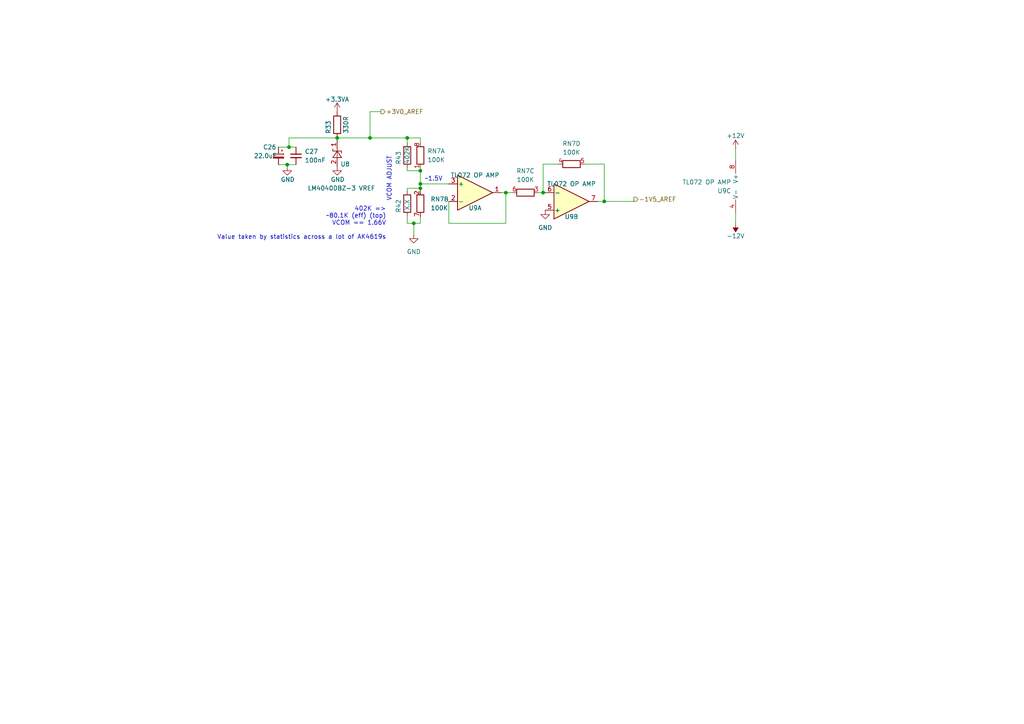
<source format=kicad_sch>
(kicad_sch (version 20250114) (generator "eeschema") (generator_version "9.0")
  (paper "A4")
  (lib_symbols
    (symbol "Amplifier_Operational:TL072" (pin_names (offset 0.127))
      (property "Reference" "U" (at 0 5.08 0))
      (property "Value" "TL072" (at 0 -5.08 0))
      (symbol "TL072_1_1"
        (polyline (pts (xy -5.08 5.08) (xy 5.08 0) (xy -5.08 -5.08) (xy -5.08 5.08)) (stroke (width 0.254)) (fill (type background)))
        (pin input line (at -7.62 2.54 0) (length 2.54) (name "+") (number "3"))
        (pin input line (at -7.62 -2.54 0) (length 2.54) (name "-") (number "2"))
        (pin output line (at 7.62 0 180) (length 2.54) (name "~") (number "1"))
      )
      (symbol "TL072_2_1"
        (polyline (pts (xy -5.08 5.08) (xy 5.08 0) (xy -5.08 -5.08) (xy -5.08 5.08)) (stroke (width 0.254)) (fill (type background)))
        (pin input line (at -7.62 2.54 0) (length 2.54) (name "+") (number "5"))
        (pin input line (at -7.62 -2.54 0) (length 2.54) (name "-") (number "6"))
        (pin output line (at 7.62 0 180) (length 2.54) (name "~") (number "7"))
      )
      (symbol "TL072_3_1"
        (pin power_in line (at -2.54 7.62 270) (length 3.81) (name "V+") (number "8"))
        (pin power_in line (at -2.54 -7.62 90) (length 3.81) (name "V-") (number "4"))
      )
    )
    (symbol "Device:C_Polarized_Small" (pin_numbers (hide yes)) (pin_names (offset 0.254) (hide yes))
      (property "Reference" "C" (at 0.254 1.778 0))
      (property "Value" "C_Polarized_Small" (at 0.254 -2.032 0))
      (symbol "C_Polarized_Small_0_1"
        (rectangle (start -1.524 0.6858) (end 1.524 0.3048))
        (rectangle (start -1.524 -0.3048) (end 1.524 -0.6858) (fill (type outline)))
        (polyline (pts (xy -1.27 1.524) (xy -0.762 1.524)))
        (polyline (pts (xy -1.016 1.27) (xy -1.016 1.778)))
      )
      (symbol "C_Polarized_Small_1_1"
        (pin passive line (at 0 2.54 270) (length 1.8542) (name "~") (number "1"))
        (pin passive line (at 0 -2.54 90) (length 1.8542) (name "~") (number "2"))
      )
    )
    (symbol "Device:C_Small" (pin_numbers (hide yes)) (pin_names (offset 0.254) (hide yes))
      (property "Reference" "C" (at 0.254 1.778 0))
      (property "Value" "C_Small" (at 0.254 -2.032 0))
      (symbol "C_Small_0_1"
        (polyline (pts (xy -1.524 0.508) (xy 1.524 0.508)) (stroke (width 0.3048)))
        (polyline (pts (xy -1.524 -0.508) (xy 1.524 -0.508)) (stroke (width 0.3302)))
      )
      (symbol "C_Small_1_1"
        (pin passive line (at 0 2.54 270) (length 2.032) (name "~") (number "1"))
        (pin passive line (at 0 -2.54 90) (length 2.032) (name "~") (number "2"))
      )
    )
    (symbol "Device:R" (pin_numbers (hide yes)) (pin_names (offset 0))
      (property "Reference" "R" (at 2.032 0 90))
      (property "Value" "R" (at 0 0 90))
      (symbol "R_0_1"
        (rectangle (start -1.016 -2.54) (end 1.016 2.54) (stroke (width 0.254)))
      )
      (symbol "R_1_1"
        (pin passive line (at 0 3.81 270) (length 1.27) (name "~") (number "1"))
        (pin passive line (at 0 -3.81 90) (length 1.27) (name "~") (number "2"))
      )
    )
    (symbol "Device:R_Pack04_Split" (pin_names (offset 0) (hide yes))
      (property "Reference" "RN" (at 2.032 0 90))
      (property "Value" "R_Pack04_Split" (at 0 0 90))
      (symbol "R_Pack04_Split_0_1"
        (rectangle (start 1.016 2.54) (end -1.016 -2.54) (stroke (width 0.254)))
      )
      (symbol "R_Pack04_Split_1_1"
        (pin passive line (at 0 3.81 270) (length 1.27) (name "R1.2") (number "8"))
        (pin passive line (at 0 -3.81 90) (length 1.27) (name "R1.1") (number "1"))
      )
      (symbol "R_Pack04_Split_2_1"
        (pin passive line (at 0 3.81 270) (length 1.27) (name "R2.2") (number "7"))
        (pin passive line (at 0 -3.81 90) (length 1.27) (name "R2.1") (number "2"))
      )
      (symbol "R_Pack04_Split_3_1"
        (pin passive line (at 0 3.81 270) (length 1.27) (name "R3.2") (number "6"))
        (pin passive line (at 0 -3.81 90) (length 1.27) (name "R3.1") (number "3"))
      )
      (symbol "R_Pack04_Split_4_1"
        (pin passive line (at 0 3.81 270) (length 1.27) (name "R4.2") (number "5"))
        (pin passive line (at 0 -3.81 90) (length 1.27) (name "R4.1") (number "4"))
      )
    )
    (symbol "Reference_Voltage:LM4040DBZ-3" (pin_names (offset 0.0254) (hide yes))
      (property "Reference" "U" (at 0 2.54 0))
      (property "Value" "LM4040DBZ-3" (at 0 -3.175 0))
      (symbol "LM4040DBZ-3_0_1"
        (polyline (pts (xy -1.27 0) (xy 0 0) (xy 1.27 0)))
        (polyline (pts (xy -1.27 -1.27) (xy 0.635 0) (xy -1.27 1.27) (xy -1.27 -1.27)) (stroke (width 0.2032)))
        (polyline (pts (xy 0 -1.27) (xy 0.635 -1.27) (xy 0.635 1.27) (xy 1.27 1.27)) (stroke (width 0.2032)))
      )
      (symbol "LM4040DBZ-3_1_1"
        (pin passive line (at -3.81 0 0) (length 2.54) (name "A") (number "2"))
        (pin passive line (at 3.81 0 180) (length 2.54) (name "K") (number "1"))
      )
    )
    (symbol "power:+12V" (power) (pin_names (offset 0))
      (property "Value" "+12V" (at 0 3.556 0))
      (symbol "+12V_0_1"
        (polyline (pts (xy -0.762 1.27) (xy 0 2.54)))
        (polyline (pts (xy 0 2.54) (xy 0.762 1.27)))
        (polyline (pts (xy 0 0) (xy 0 2.54)))
      )
      (symbol "+12V_1_1"
        (pin power_in line (at 0 0 90) (length 0) (hide yes) (name "+12V") (number "1"))
      )
    )
    (symbol "power:+3.3VA" (power) (pin_names (offset 0))
      (property "Value" "+3.3VA" (at 0 3.556 0))
      (symbol "+3.3VA_0_1"
        (polyline (pts (xy -0.762 1.27) (xy 0 2.54)))
        (polyline (pts (xy 0 2.54) (xy 0.762 1.27)))
        (polyline (pts (xy 0 0) (xy 0 2.54)))
      )
      (symbol "+3.3VA_1_1"
        (pin power_in line (at 0 0 90) (length 0) (hide yes) (name "+3.3VA") (number "1"))
      )
    )
    (symbol "power:-12V" (power) (pin_names (offset 0))
      (property "Value" "-12V" (at 0 3.81 0))
      (symbol "-12V_0_0"
        (pin power_in line (at 0 0 90) (length 0) (hide yes) (name "-12V") (number "1"))
      )
      (symbol "-12V_0_1"
        (polyline (pts (xy 0 0) (xy 0 1.27) (xy 0.762 1.27) (xy 0 2.54) (xy -0.762 1.27) (xy 0 1.27)) (fill (type outline)))
      )
    )
    (symbol "power:GND" (power) (pin_names (offset 0))
      (property "Value" "GND" (at 0 -3.81 0))
      (symbol "GND_0_1"
        (polyline (pts (xy 0 0) (xy 0 -1.27) (xy 1.27 -1.27) (xy 0 -2.54) (xy -1.27 -1.27) (xy 0 -1.27)))
      )
      (symbol "GND_1_1"
        (pin power_in line (at 0 0 270) (length 0) (hide yes) (name "GND") (number "1"))
      )
    )
  )
  (text "402K =>\n~80.1K (eff) (top)\nVCOM == 1.66V\n\nValue taken by statistics across a lot of AK4619s" (at 112.014 69.596 0) (effects (font (size 1.27 1.27)) (justify right bottom)))
  (text "~1.5V" (at 123.19 52.705 0) (effects (font (size 1.27 1.27)) (justify left bottom)))
  (text "VCOM ADJUST" (at 113.665 58.42 90) (effects (font (size 1.27 1.27)) (justify left bottom)))
  (junction (at 146.7104 55.88))
  (junction (at 120.015 64.77))
  (junction (at 83.312 47.752))
  (junction (at 97.79 40.005))
  (junction (at 121.92 49.53))
  (junction (at 175.26 58.42))
  (junction (at 118.11 40.005))
  (junction (at 121.92 53.34))
  (junction (at 83.82 42.672))
  (junction (at 107.315 40.005))
  (junction (at 157.5308 55.88))
  (junction (at 121.92 54.61))
  (wire (pts (xy 107.315 40.005) (xy 97.79 40.005)))
  (wire (pts (xy 121.92 49.53) (xy 121.92 48.895)))
  (wire (pts (xy 107.315 32.385) (xy 107.315 40.005)))
  (wire (pts (xy 175.26 58.42) (xy 183.8452 58.42)))
  (wire (pts (xy 146.7104 64.77) (xy 146.7104 55.88)))
  (wire (pts (xy 118.11 41.275) (xy 118.11 40.005)))
  (wire (pts (xy 146.7104 55.88) (xy 148.59 55.88)))
  (wire (pts (xy 213.36 43.18) (xy 213.36 46.482)))
  (wire (pts (xy 118.11 62.865) (xy 118.11 64.77)))
  (wire (pts (xy 83.82 40.005) (xy 83.82 42.672)))
  (wire (pts (xy 118.11 64.77) (xy 120.015 64.77)))
  (wire (pts (xy 97.79 40.005) (xy 97.79 40.64)))
  (wire (pts (xy 83.312 47.752) (xy 85.852 47.752)))
  (wire (pts (xy 118.11 48.895) (xy 118.11 49.53)))
  (wire (pts (xy 107.315 40.005) (xy 118.11 40.005)))
  (wire (pts (xy 130.175 64.77) (xy 146.7104 64.77)))
  (wire (pts (xy 121.92 40.005) (xy 121.92 41.275)))
  (wire (pts (xy 213.36 61.722) (xy 213.36 64.77)))
  (wire (pts (xy 183.8452 57.8104) (xy 183.8452 58.42)))
  (wire (pts (xy 118.11 40.005) (xy 121.92 40.005)))
  (wire (pts (xy 175.26 47.5996) (xy 175.26 58.42)))
  (wire (pts (xy 145.415 55.88) (xy 146.7104 55.88)))
  (wire (pts (xy 120.015 64.77) (xy 121.92 64.77)))
  (wire (pts (xy 173.3804 58.42) (xy 175.26 58.42)))
  (wire (pts (xy 121.92 64.77) (xy 121.92 62.865)))
  (wire (pts (xy 121.92 53.34) (xy 121.92 54.61)))
  (wire (pts (xy 130.175 58.42) (xy 130.175 64.77)))
  (wire (pts (xy 83.312 47.752) (xy 83.312 48.26)))
  (wire (pts (xy 169.5704 47.5996) (xy 175.26 47.5996)))
  (wire (pts (xy 157.5308 55.88) (xy 158.1404 55.88)))
  (wire (pts (xy 80.772 42.672) (xy 83.82 42.672)))
  (wire (pts (xy 118.11 54.61) (xy 121.92 54.61)))
  (wire (pts (xy 118.11 49.53) (xy 121.92 49.53)))
  (wire (pts (xy 157.5308 47.5996) (xy 161.9504 47.5996)))
  (wire (pts (xy 156.21 55.88) (xy 157.5308 55.88)))
  (wire (pts (xy 121.92 53.34) (xy 130.175 53.34)))
  (wire (pts (xy 80.772 47.752) (xy 83.312 47.752)))
  (wire (pts (xy 157.5308 47.5996) (xy 157.5308 55.88)))
  (wire (pts (xy 121.92 54.61) (xy 121.92 55.245)))
  (wire (pts (xy 83.82 40.005) (xy 97.79 40.005)))
  (wire (pts (xy 120.015 64.77) (xy 120.015 67.945)))
  (wire (pts (xy 121.92 49.53) (xy 121.92 53.34)))
  (wire (pts (xy 85.852 42.672) (xy 83.82 42.672)))
  (wire (pts (xy 118.11 55.245) (xy 118.11 54.61)))
  (wire (pts (xy 110.49 32.385) (xy 107.315 32.385)))
  (hierarchical_label "-1V5_AREF" (shape output) (at 183.8452 57.8104 0))
  (hierarchical_label "+3V0_AREF" (shape output) (at 110.49 32.385 0))
  (symbol (lib_id "Device:R_Pack04_Split") (at 121.92 59.055 180) (unit 2)
    (property "Reference" "RN7" (at 124.8664 57.7849 0) (effects (justify right)))
    (property "Value" "100K" (at 124.8664 60.3249 0) (effects (justify right)))
    (property "Footprint" "Resistor_SMD:R_Array_Convex_4x0402" (effects (hide yes)))
    (property "Datasheet" "https://datasheet.lcsc.com/lcsc/1811141451_YAGEO-YC124-FR-07100KL_C326786.pdf" (effects (hide yes)))
    (property "mfg#" "YC124-FR-07100KL" (effects (hide yes)))
    (property "lcsc#" "C326786" (effects (hide yes)))
  )
  (symbol (lib_id "power:+12V") (at 213.36 43.18 0) (unit 1)
    (property "Reference" "#PWR096" (effects (hide yes)))
    (property "Value" "+12V" (at 210.693 39.37 0) (effects (justify left)))
  )
  (symbol (lib_id "Device:R") (at 118.11 59.055 0) (mirror x) (unit 1)
    (property "Reference" "R42" (at 115.57 57.785 90) (effects (justify left)))
    (property "Value" "X.X" (at 118.11 57.785 90) (effects (justify left)))
    (property "Footprint" "Resistor_SMD:R_0402_1005Metric" (effects (hide yes)))
  )
  (symbol (lib_id "Device:R") (at 97.79 36.195 180) (unit 1)
    (property "Reference" "R33" (at 95.25 34.925 90) (effects (justify left)))
    (property "Value" "330R" (at 100.33 33.655 90) (effects (justify left)))
    (property "Footprint" "Resistor_SMD:R_0603_1608Metric" (effects (hide yes)))
    (property "Datasheet" "https://datasheet.lcsc.com/lcsc/1810182020_YAGEO-RC0603FR-071KL_C22548.pdf" (effects (hide yes)))
    (property "lcsc#" "C105881" (effects (hide yes)))
    (property "mfg#" "RC0603FR-07330RL" (effects (hide yes)))
  )
  (symbol (lib_id "power:GND") (at 158.1404 60.96 0) (unit 1)
    (property "Reference" "#PWR099" (effects (hide yes)))
    (property "Value" "GND" (at 158.1404 66.04 0))
  )
  (symbol (lib_id "Device:R") (at 118.11 45.085 0) (mirror x) (unit 1)
    (property "Reference" "R43" (at 115.57 43.815 90) (effects (justify left)))
    (property "Value" "402K" (at 118.11 42.418 90) (effects (justify left)))
    (property "Footprint" "Resistor_SMD:R_0402_1005Metric" (effects (hide yes)))
    (property "lcsc#" "C327345" (effects (hide yes)))
    (property "mfg#" "RC0402FR-07402KL" (effects (hide yes)))
  )
  (symbol (lib_id "Reference_Voltage:LM4040DBZ-3") (at 97.79 44.45 90) (unit 1)
    (property "Reference" "U8" (at 98.7298 47.5996 90) (effects (justify right)))
    (property "Value" "LM4040DBZ-3 VREF" (at 89.2048 54.5846 90) (effects (justify right)))
    (property "Footprint" "Package_TO_SOT_SMD:SOT-23" (effects (hide yes)))
    (property "Datasheet" "http://www.ti.com/lit/ds/symlink/lm4040-n.pdf" (effects (hide yes)))
    (property "dig#" "LM4040BIM3-3.0/NOPB" (effects (hide yes)))
    (property "mfg#" "LM4040BIM3-3.0/NOPB" (effects (hide yes)))
    (property "lcsc#" "C139380" (effects (hide yes)))
  )
  (symbol (lib_id "power:GND") (at 97.79 48.26 0) (unit 1)
    (property "Reference" "#PWR098" (effects (hide yes)))
    (property "Value" "GND" (at 95.885 52.07 0) (effects (justify left)))
  )
  (symbol (lib_id "power:GND") (at 83.312 48.26 0) (unit 1)
    (property "Reference" "#PWR097" (effects (hide yes)))
    (property "Value" "GND" (at 81.407 52.07 0) (effects (justify left)))
  )
  (symbol (lib_id "Device:R_Pack04_Split") (at 165.7604 47.5996 270) (unit 4)
    (property "Reference" "RN7" (at 165.7604 41.656 90))
    (property "Value" "100K" (at 165.7604 44.196 90))
    (property "Footprint" "Resistor_SMD:R_Array_Convex_4x0402" (effects (hide yes)))
    (property "Datasheet" "https://datasheet.lcsc.com/lcsc/1811141451_YAGEO-YC124-FR-07100KL_C326786.pdf" (effects (hide yes)))
    (property "mfg#" "YC124-FR-07100KL" (effects (hide yes)))
    (property "lcsc#" "C326786" (effects (hide yes)))
  )
  (symbol (lib_id "power:+3.3VA") (at 97.79 32.385 0) (unit 1)
    (property "Reference" "#PWR095" (effects (hide yes)))
    (property "Value" "+3.3VA" (at 97.79 28.829 0))
  )
  (symbol (lib_id "power:GND") (at 120.015 67.945 0) (unit 1)
    (property "Reference" "#PWR0101" (effects (hide yes)))
    (property "Value" "GND" (at 120.015 73.025 0))
  )
  (symbol (lib_id "Amplifier_Operational:TL072") (at 165.7604 58.42 0) (mirror x) (unit 2)
    (property "Reference" "U9" (at 165.7604 62.865 0))
    (property "Value" "TL072 OP AMP" (at 165.7604 53.34 0))
    (property "Footprint" "Package_SO:SOIC-8_3.9x4.9mm_P1.27mm" (effects (hide yes)))
    (property "Datasheet" "https://www.st.com/content/ccc/resource/technical/document/datasheet/bb/4d/19/24/7d/40/48/a6/CD00000490.pdf/files/CD00000490.pdf/jcr:content/translations/en.CD00000490.pdf" (effects (hide yes)))
    (property "dig#" "497-2200-1-ND" (effects (hide yes)))
    (property "mfg#" "TL072CDT" (effects (hide yes)))
    (property "lcsc#" "C6961" (effects (hide yes)))
  )
  (symbol (lib_id "Device:R_Pack04_Split") (at 152.4 55.88 90) (unit 3)
    (property "Reference" "RN7" (at 152.4 49.5808 90))
    (property "Value" "100K" (at 152.4 52.1208 90))
    (property "Footprint" "Resistor_SMD:R_Array_Convex_4x0402" (effects (hide yes)))
    (property "Datasheet" "https://datasheet.lcsc.com/lcsc/1811141451_YAGEO-YC124-FR-07100KL_C326786.pdf" (effects (hide yes)))
    (property "mfg#" "YC124-FR-07100KL" (effects (hide yes)))
    (property "lcsc#" "C326786" (effects (hide yes)))
  )
  (symbol (lib_id "power:-12V") (at 213.36 64.77 180) (unit 1)
    (property "Reference" "#PWR0100" (effects (hide yes)))
    (property "Value" "-12V" (at 210.693 68.453 0) (effects (justify right)))
  )
  (symbol (lib_id "Amplifier_Operational:TL072") (at 137.795 55.88 0) (unit 1)
    (property "Reference" "U9" (at 137.795 60.325 0))
    (property "Value" "TL072 OP AMP" (at 137.795 50.8 0))
    (property "Footprint" "Package_SO:SOIC-8_3.9x4.9mm_P1.27mm" (effects (hide yes)))
    (property "Datasheet" "https://www.st.com/content/ccc/resource/technical/document/datasheet/bb/4d/19/24/7d/40/48/a6/CD00000490.pdf/files/CD00000490.pdf/jcr:content/translations/en.CD00000490.pdf" (effects (hide yes)))
    (property "dig#" "497-2200-1-ND" (effects (hide yes)))
    (property "mfg#" "TL072CDT" (effects (hide yes)))
    (property "lcsc#" "C6961" (effects (hide yes)))
  )
  (symbol (lib_id "Device:C_Small") (at 85.852 45.212 0) (unit 1)
    (property "Reference" "C27" (at 88.392 43.9482 0) (effects (justify left)))
    (property "Value" "100nF" (at 88.392 46.4882 0) (effects (justify left)))
    (property "Footprint" "Capacitor_SMD:C_0603_1608Metric" (effects (hide yes)))
    (property "Datasheet" "https://datasheet.lcsc.com/lcsc/1912111437_TDK-C1608X7R1E104KT000N_C338036.pdf" (effects (hide yes)))
    (property "lcsc#" "C338036" (effects (hide yes)))
    (property "mfg#" "C1608X7R1E104KT000N" (effects (hide yes)))
  )
  (symbol (lib_id "Device:C_Polarized_Small") (at 80.772 45.212 0) (mirror y) (unit 1)
    (property "Reference" "C26" (at 78.232 42.672 0))
    (property "Value" "22.0uF" (at 76.962 45.212 0))
    (property "Footprint" "Capacitor_Tantalum_SMD:CP_EIA-3216-10_Kemet-I" (effects (hide yes)))
    (property "mfg#" "CA45-A-16V-22uF-K" (effects (hide yes)))
    (property "lcsc#" "C782264" (effects (hide yes)))
  )
  (symbol (lib_id "Device:R_Pack04_Split") (at 121.92 45.085 0) (unit 1)
    (property "Reference" "RN7" (at 123.952 43.8149 0) (effects (justify left)))
    (property "Value" "100K" (at 123.952 46.3549 0) (effects (justify left)))
    (property "Footprint" "Resistor_SMD:R_Array_Convex_4x0402" (effects (hide yes)))
    (property "Datasheet" "https://datasheet.lcsc.com/lcsc/1811141451_YAGEO-YC124-FR-07100KL_C326786.pdf" (effects (hide yes)))
    (property "mfg#" "YC124-FR-07100KL" (effects (hide yes)))
    (property "lcsc#" "C326786" (effects (hide yes)))
  )
  (symbol (lib_id "Amplifier_Operational:TL072") (at 215.9 54.102 0) (unit 3)
    (property "Reference" "U9" (at 212.09 55.3721 0) (effects (justify right)))
    (property "Value" "TL072 OP AMP" (at 212.09 52.8321 0) (effects (justify right)))
    (property "Footprint" "Package_SO:SOIC-8_3.9x4.9mm_P1.27mm" (effects (hide yes)))
    (property "Datasheet" "https://www.st.com/content/ccc/resource/technical/document/datasheet/bb/4d/19/24/7d/40/48/a6/CD00000490.pdf/files/CD00000490.pdf/jcr:content/translations/en.CD00000490.pdf" (effects (hide yes)))
    (property "dig#" "497-2200-1-ND" (effects (hide yes)))
    (property "mfg#" "TL072CDT" (effects (hide yes)))
    (property "lcsc#" "C6961" (effects (hide yes)))
  )
)
</source>
